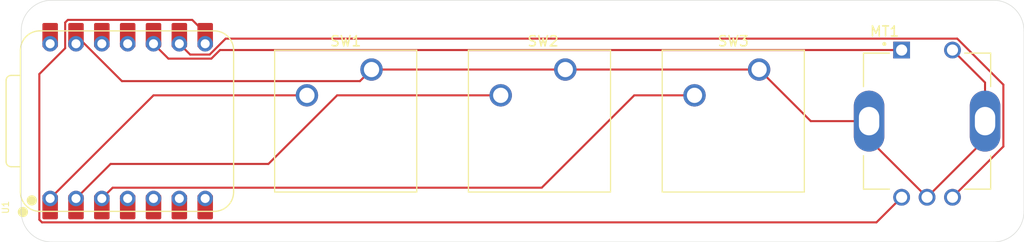
<source format=kicad_pcb>
(kicad_pcb (version 20241229) (generator "pcbnew") (generator_version "9.0")
  (layers (0 "F.Cu" signal) (2 "B.Cu" signal) (13 "F.Paste" user) (15 "B.Paste" user) (5 "F.SilkS" user "F.Silkscreen") (7 "B.SilkS" user "B.Silkscreen") (1 "F.Mask" user) (3 "B.Mask" user) (25 "Edge.Cuts" user))
  (net 0 "")
  (net 1 "Net-(U1-GPIO2{slash}SCK)")
  (net 2 "GND")
  (net 3 "Net-(U1-GPIO4{slash}MISO)")
  (net 4 "Net-(U1-GPIO1{slash}RX)")
  (net 5 "Net-(U1-GPIO26{slash}ADC0{slash}A0)")
  (net 6 "Net-(U1-GPIO27{slash}ADC1{slash}A1)")
  (net 7 "Net-(U1-GPIO28{slash}ADC2{slash}A2)")
  (net 14 "+5V")
  (footprint "footprints-but-better:XIAO-RP2040-DIP" (layer "F.Cu") (at 50.00625 78.58125 90)
    (property "Reference" "U1" (at -8.5 -12 90) (layer "F.SilkS") (effects (font (size 0.635 0.635) (thickness 0.1016))))
    (property "Value" "XIAO-RP2040-DIP")
    (fp_line (start -3.991272 -11.951) (end 4.004 -11.951) (stroke (width 0.127)) (layer "F.SilkS"))
    (fp_line (start 4.504 -11.451) (end 4.504 -10.541) (stroke (width 0.127)) (layer "F.SilkS"))
    (fp_line (start 6.985 -10.541) (end -6.985 -10.541) (stroke (width 0.1)) (layer "F.SilkS"))
    (fp_line (start 6.985 -10.541) (end -6.985 -10.541) (stroke (width 0.127)) (layer "F.SilkS"))
    (fp_line (start -4.495 -10.541) (end -4.491272 -11.451272) (stroke (width 0.127)) (layer "F.SilkS"))
    (fp_line (start 8.89 8.509) (end 8.89 -8.636) (stroke (width 0.127)) (layer "F.SilkS"))
    (fp_line (start -8.89 8.509) (end -8.89 -8.636) (stroke (width 0.127)) (layer "F.SilkS"))
    (fp_line (start -6.985 10.414) (end 6.985 10.414) (stroke (width 0.127)) (layer "F.SilkS"))
    (fp_arc (start 4.004 -11.951) (mid 4.357553 -11.804553) (end 4.504 -11.451) (stroke (width 0.127)) (layer "F.SilkS"))
    (fp_arc (start -4.491272 -11.451272) (mid -4.344728 -11.80464) (end -3.991272 -11.951) (stroke (width 0.127)) (layer "F.SilkS"))
    (fp_arc (start 6.985 -10.541) (mid 8.332038 -9.983038) (end 8.89 -8.636) (stroke (width 0.127)) (layer "F.SilkS"))
    (fp_arc (start -8.89 -8.636) (mid -8.332038 -9.983038) (end -6.985 -10.541) (stroke (width 0.127)) (layer "F.SilkS"))
    (fp_arc (start 8.89 8.509) (mid 8.332038 9.856038) (end 6.985 10.414) (stroke (width 0.127)) (layer "F.SilkS"))
    (fp_arc (start -6.985 10.414) (mid -8.332038 9.856038) (end -8.89 8.509) (stroke (width 0.127)) (layer "F.SilkS"))
    (fp_circle (center -8.95 -10.3) (end -8.95 -10.554) (stroke (width 0.5)) (fill yes) (layer "F.SilkS"))
    (fp_circle (center -7.807 -9.42) (end -7.807 -9.674) (stroke (width 0.5)) (fill yes) (layer "F.SilkS"))
    (pad "1" smd roundrect (at -8.455 -7.62 270) (size 2.432 1.524) (layers "F.Cu" "F.Mask") (roundrect_rratio 0.1) (net 5 "Net-(U1-GPIO26{slash}ADC0{slash}A0)"))
    (pad "1" thru_hole circle (at -7.62 -7.62 270) (size 1.524 1.524) (drill 0.889) (layers "*.Cu" "*.Mask") (net 5 "Net-(U1-GPIO26{slash}ADC0{slash}A0)"))
    (pad "2" smd roundrect (at -8.455 -5.08 270) (size 2.432 1.524) (layers "F.Cu" "F.Mask") (roundrect_rratio 0.1) (net 6 "Net-(U1-GPIO27{slash}ADC1{slash}A1)"))
    (pad "2" thru_hole circle (at -7.62 -5.08 270) (size 1.524 1.524) (drill 0.889) (layers "*.Cu" "*.Mask") (net 6 "Net-(U1-GPIO27{slash}ADC1{slash}A1)"))
    (pad "3" smd roundrect (at -8.455 -2.54 270) (size 2.432 1.524) (layers "F.Cu" "F.Mask") (roundrect_rratio 0.1) (net 7 "Net-(U1-GPIO28{slash}ADC2{slash}A2)"))
    (pad "3" thru_hole circle (at -7.62 -2.54 270) (size 1.524 1.524) (drill 0.889) (layers "*.Cu" "*.Mask") (net 7 "Net-(U1-GPIO28{slash}ADC2{slash}A2)"))
    (pad "4" smd roundrect (at -8.455 0 270) (size 2.432 1.524) (layers "F.Cu" "F.Mask") (roundrect_rratio 0.1))
    (pad "4" thru_hole circle (at -7.62 0 270) (size 1.524 1.524) (drill 0.889) (layers "*.Cu" "*.Mask"))
    (pad "5" smd roundrect (at -8.455 2.54 270) (size 2.432 1.524) (layers "F.Cu" "F.Mask") (roundrect_rratio 0.1))
    (pad "5" thru_hole circle (at -7.62 2.54 270) (size 1.524 1.524) (drill 0.889) (layers "*.Cu" "*.Mask"))
    (pad "6" smd roundrect (at -8.455 5.08 270) (size 2.432 1.524) (layers "F.Cu" "F.Mask") (roundrect_rratio 0.1))
    (pad "6" thru_hole circle (at -7.62 5.08 270) (size 1.524 1.524) (drill 0.889) (layers "*.Cu" "*.Mask"))
    (pad "7" smd roundrect (at -8.455 7.62 270) (size 2.432 1.524) (layers "F.Cu" "F.Mask") (roundrect_rratio 0.1))
    (pad "7" thru_hole circle (at -7.62 7.62 270) (size 1.524 1.524) (drill 0.889) (layers "*.Cu" "*.Mask"))
    (pad "8" thru_hole circle (at 7.62 7.62 90) (size 1.524 1.524) (drill 0.889) (layers "*.Cu" "*.Mask") (net 4 "Net-(U1-GPIO1{slash}RX)"))
    (pad "8" smd roundrect (at 8.455 7.62 90) (size 2.432 1.524) (layers "F.Cu" "F.Mask") (roundrect_rratio 0.1) (net 4 "Net-(U1-GPIO1{slash}RX)"))
    (pad "9" thru_hole circle (at 7.62 5.08 90) (size 1.524 1.524) (drill 0.889) (layers "*.Cu" "*.Mask") (net 1 "Net-(U1-GPIO2{slash}SCK)"))
    (pad "9" smd roundrect (at 8.455 5.08 90) (size 2.432 1.524) (layers "F.Cu" "F.Mask") (roundrect_rratio 0.1) (net 1 "Net-(U1-GPIO2{slash}SCK)"))
    (pad "10" thru_hole circle (at 7.62 2.54 90) (size 1.524 1.524) (drill 0.889) (layers "*.Cu" "*.Mask") (net 3 "Net-(U1-GPIO4{slash}MISO)"))
    (pad "10" smd roundrect (at 8.455 2.54 90) (size 2.432 1.524) (layers "F.Cu" "F.Mask") (roundrect_rratio 0.1) (net 3 "Net-(U1-GPIO4{slash}MISO)"))
    (pad "11" thru_hole circle (at 7.62 0 90) (size 1.524 1.524) (drill 0.889) (layers "*.Cu" "*.Mask"))
    (pad "11" smd roundrect (at 8.455 0 90) (size 2.432 1.524) (layers "F.Cu" "F.Mask") (roundrect_rratio 0.1))
    (pad "12" thru_hole circle (at 7.62 -2.54 90) (size 1.524 1.524) (drill 0.889) (layers "*.Cu" "*.Mask"))
    (pad "12" smd roundrect (at 8.455 -2.54 90) (size 2.432 1.524) (layers "F.Cu" "F.Mask") (roundrect_rratio 0.1))
    (pad "13" thru_hole circle (at 7.62 -5.08 90) (size 1.524 1.524) (drill 0.889) (layers "*.Cu" "*.Mask") (net 2 "GND"))
    (pad "13" smd roundrect (at 8.455 -5.08 90) (size 2.432 1.524) (layers "F.Cu" "F.Mask") (roundrect_rratio 0.1) (net 2 "GND"))
    (pad "14" thru_hole circle (at 7.62 -7.62 90) (size 1.524 1.524) (drill 0.889) (layers "*.Cu" "*.Mask") (net 14 "+5V"))
    (pad "14" smd roundrect (at 8.455 -7.62 90) (size 2.432 1.524) (layers "F.Cu" "F.Mask") (roundrect_rratio 0.1) (net 14 "+5V"))
  )
  (footprint "Button_Switch_Keyboard:SW_Cherry_MX_1.00u_PCB" (layer "F.Cu") (at 112.0775 73.50125)
    (property "Reference" "SW3" (at -2.54 -2.794 0) (layer "F.SilkS"))
    (property "Value" "SW_Push")
    (fp_line (start -9.525 -1.905) (end 4.445 -1.905) (stroke (width 0.12)) (layer "F.SilkS"))
    (fp_line (start -9.525 12.065) (end -9.525 -1.905) (stroke (width 0.12)) (layer "F.SilkS"))
    (fp_line (start 4.445 -1.905) (end 4.445 12.065) (stroke (width 0.12)) (layer "F.SilkS"))
    (fp_line (start 4.445 12.065) (end -9.525 12.065) (stroke (width 0.12)) (layer "F.SilkS"))
    (pad "" np_thru_hole circle (at -7.62 5.08) (size 1.7 1.7) (drill 1.7) (layers "*.Cu" "*.Mask"))
    (pad "" np_thru_hole circle (at -2.54 5.08) (size 4 4) (drill 4) (layers "*.Cu" "*.Mask"))
    (pad "" np_thru_hole circle (at 2.54 5.08) (size 1.7 1.7) (drill 1.7) (layers "*.Cu" "*.Mask"))
    (pad "1" thru_hole circle (at 0 0) (size 2.2 2.2) (drill 1.5) (layers "*.Cu" "*.Mask") (net 2 "GND"))
    (pad "2" thru_hole circle (at -6.35 2.54) (size 2.2 2.2) (drill 1.5) (layers "*.Cu" "*.Mask") (net 7 "Net-(U1-GPIO28{slash}ADC2{slash}A2)"))
  )
  (footprint "Button_Switch_Keyboard:SW_Cherry_MX_1.00u_PCB" (layer "F.Cu") (at 93.0275 73.50125)
    (property "Reference" "SW2" (at -2.1875 -2.79125 0) (layer "F.SilkS"))
    (property "Value" "SW_Push")
    (fp_line (start -9.525 -1.905) (end 4.445 -1.905) (stroke (width 0.12)) (layer "F.SilkS"))
    (fp_line (start -9.525 12.065) (end -9.525 -1.905) (stroke (width 0.12)) (layer "F.SilkS"))
    (fp_line (start 4.445 -1.905) (end 4.445 12.065) (stroke (width 0.12)) (layer "F.SilkS"))
    (fp_line (start 4.445 12.065) (end -9.525 12.065) (stroke (width 0.12)) (layer "F.SilkS"))
    (pad "" np_thru_hole circle (at -7.62 5.08) (size 1.7 1.7) (drill 1.7) (layers "*.Cu" "*.Mask"))
    (pad "" np_thru_hole circle (at -2.54 5.08) (size 4 4) (drill 4) (layers "*.Cu" "*.Mask"))
    (pad "" np_thru_hole circle (at 2.54 5.08) (size 1.7 1.7) (drill 1.7) (layers "*.Cu" "*.Mask"))
    (pad "1" thru_hole circle (at 0 0) (size 2.2 2.2) (drill 1.5) (layers "*.Cu" "*.Mask") (net 2 "GND"))
    (pad "2" thru_hole circle (at -6.35 2.54) (size 2.2 2.2) (drill 1.5) (layers "*.Cu" "*.Mask") (net 6 "Net-(U1-GPIO27{slash}ADC1{slash}A1)"))
  )
  (footprint "Button_Switch_Keyboard:SW_Cherry_MX_1.00u_PCB" (layer "F.Cu") (at 73.9775 73.50125)
    (property "Reference" "SW1" (at -2.54 -2.794 0) (layer "F.SilkS"))
    (property "Value" "SW_Push")
    (fp_line (start -9.525 -1.905) (end 4.445 -1.905) (stroke (width 0.12)) (layer "F.SilkS"))
    (fp_line (start -9.525 12.065) (end -9.525 -1.905) (stroke (width 0.12)) (layer "F.SilkS"))
    (fp_line (start 4.445 -1.905) (end 4.445 12.065) (stroke (width 0.12)) (layer "F.SilkS"))
    (fp_line (start 4.445 12.065) (end -9.525 12.065) (stroke (width 0.12)) (layer "F.SilkS"))
    (pad "" np_thru_hole circle (at -7.62 5.08) (size 1.7 1.7) (drill 1.7) (layers "*.Cu" "*.Mask"))
    (pad "" np_thru_hole circle (at -2.54 5.08) (size 4 4) (drill 4) (layers "*.Cu" "*.Mask"))
    (pad "" np_thru_hole circle (at 2.54 5.08) (size 1.7 1.7) (drill 1.7) (layers "*.Cu" "*.Mask"))
    (pad "1" thru_hole circle (at 0 0) (size 2.2 2.2) (drill 1.5) (layers "*.Cu" "*.Mask") (net 2 "GND"))
    (pad "2" thru_hole circle (at -6.35 2.54) (size 2.2 2.2) (drill 1.5) (layers "*.Cu" "*.Mask") (net 5 "Net-(U1-GPIO26{slash}ADC0{slash}A0)"))
  )
  (footprint "PEC11R-4215F-S0024:XDCR_PEC11R-4215F-S0024" (layer "F.Cu") (at 128.5875 78.58125)
    (property "Reference" "MT1" (at -4.175 -8.835 0) (layer "F.SilkS"))
    (property "Value" "PEC11R-4215F-S0024" (hide yes))
    (fp_line (start -6.25 -6.7) (end -3.7 -6.7) (stroke (width 0.127)) (layer "F.SilkS"))
    (fp_line (start -6.25 -3.4) (end -6.25 -6.7) (stroke (width 0.127)) (layer "F.SilkS"))
    (fp_line (start -6.25 3.4) (end -6.25 6.7) (stroke (width 0.127)) (layer "F.SilkS"))
    (fp_line (start -6.25 6.7) (end -3.7 6.7) (stroke (width 0.127)) (layer "F.SilkS"))
    (fp_line (start 3.7 -6.7) (end 6.25 -6.7) (stroke (width 0.127)) (layer "F.SilkS"))
    (fp_line (start 3.7 6.7) (end 6.25 6.7) (stroke (width 0.127)) (layer "F.SilkS"))
    (fp_line (start 6.25 -6.7) (end 6.25 -3.4) (stroke (width 0.127)) (layer "F.SilkS"))
    (fp_line (start 6.25 6.7) (end 6.25 3.4) (stroke (width 0.127)) (layer "F.SilkS"))
    (fp_circle (center -4.2 -7.6) (end -4.1 -7.6) (stroke (width 0.2)) (fill no) (layer "F.SilkS"))
    (pad "1" thru_hole rect (at -2.5 -7) (size 1.65 1.65) (drill 1.1) (layers "*.Cu" "*.Mask") (net 3 "Net-(U1-GPIO4{slash}MISO)"))
    (pad "2" thru_hole circle (at 2.5 -7) (size 1.65 1.65) (drill 1.1) (layers "*.Cu" "*.Mask") (net 2 "GND"))
    (pad "A" thru_hole circle (at -2.5 7.5) (size 1.65 1.65) (drill 1.1) (layers "*.Cu" "*.Mask") (net 4 "Net-(U1-GPIO1{slash}RX)"))
    (pad "B" thru_hole circle (at 2.5 7.5) (size 1.65 1.65) (drill 1.1) (layers "*.Cu" "*.Mask") (net 1 "Net-(U1-GPIO2{slash}SCK)"))
    (pad "COM" thru_hole circle (at 0 7.5) (size 1.65 1.65) (drill 1.1) (layers "*.Cu" "*.Mask") (net 2 "GND"))
    (pad "S1" thru_hole oval (at -5.7 0) (size 3 6) (drill oval 2 2.8) (layers "*.Cu" "*.Mask") (net 2 "GND"))
    (pad "S2" thru_hole oval (at 5.7 0) (size 3 6) (drill oval 2 2.8) (layers "*.Cu" "*.Mask") (net 2 "GND"))
  )
  (gr_line (start 135.1125 90.4875) (end 42.54125 90.4875) (stroke (width 0.05)) (layer "Edge.Cuts"))
  (gr_line (start 39.54125 87.4875) (end 39.54125 69.675) (stroke (width 0.05)) (layer "Edge.Cuts"))
  (gr_arc (start 135.1125 66.675) (mid 137.23382 67.55368) (end 138.1125 69.675) (stroke (width 0.05)) (layer "Edge.Cuts"))
  (gr_line (start 42.54125 66.675) (end 135.1125 66.675) (stroke (width 0.05)) (layer "Edge.Cuts"))
  (gr_arc (start 42.54125 90.4875) (mid 40.41993 89.60882) (end 39.54125 87.4875) (stroke (width 0.05)) (layer "Edge.Cuts"))
  (gr_arc (start 39.54125 69.675) (mid 40.41993 67.55368) (end 42.54125 66.675) (stroke (width 0.05)) (layer "Edge.Cuts"))
  (gr_line (start 138.1125 69.675) (end 138.1125 87.4875) (stroke (width 0.05)) (layer "Edge.Cuts"))
  (gr_arc (start 138.1125 87.4875) (mid 137.23382 89.60882) (end 135.1125 90.4875) (stroke (width 0.05)) (layer "Edge.Cuts"))
  (segment (start 136.0885 81.08025) (end 136.0885 74.989845) (width 0.2) (layer "F.Cu") (net 1))
  (segment (start 131.553905 70.45525) (end 59.63556 70.45525) (width 0.2) (layer "F.Cu") (net 1))
  (segment (start 131.0875 86.08125) (end 136.0885 81.08025) (width 0.2) (layer "F.Cu") (net 1))
  (segment (start 56.14925 72.02425) (end 55.08625 70.96125) (width 0.2) (layer "F.Cu") (net 1))
  (segment (start 59.63556 70.45525) (end 58.06656 72.02425) (width 0.2) (layer "F.Cu") (net 1))
  (segment (start 136.0885 74.989845) (end 131.553905 70.45525) (width 0.2) (layer "F.Cu") (net 1))
  (segment (start 58.06656 72.02425) (end 56.14925 72.02425) (width 0.2) (layer "F.Cu") (net 1))
  (segment (start 72.8385 74.64025) (end 73.9775 73.50125) (width 0.2) (layer "F.Cu") (net 2))
  (segment (start 117.1575 78.58125) (end 122.8875 78.58125) (width 0.2) (layer "F.Cu") (net 2))
  (segment (start 128.5875 86.08125) (end 134.2875 80.38125) (width 0.2) (layer "F.Cu") (net 2))
  (segment (start 112.0775 73.50125) (end 117.1575 78.58125) (width 0.2) (layer "F.Cu") (net 2))
  (segment (start 134.2875 74.78125) (end 131.0875 71.58125) (width 0.2) (layer "F.Cu") (net 2))
  (segment (start 44.92625 70.12625) (end 49.44025 74.64025) (width 0.2) (layer "F.Cu") (net 2))
  (segment (start 122.8875 78.58125) (end 122.8875 80.38125) (width 0.2) (layer "F.Cu") (net 2))
  (segment (start 73.9775 73.50125) (end 93.0275 73.50125) (width 0.2) (layer "F.Cu") (net 2))
  (segment (start 93.0275 73.50125) (end 112.0775 73.50125) (width 0.2) (layer "F.Cu") (net 2))
  (segment (start 134.2875 80.38125) (end 134.2875 78.58125) (width 0.2) (layer "F.Cu") (net 2))
  (segment (start 49.44025 74.64025) (end 72.8385 74.64025) (width 0.2) (layer "F.Cu") (net 2))
  (segment (start 122.8875 80.38125) (end 128.5875 86.08125) (width 0.2) (layer "F.Cu") (net 2))
  (segment (start 134.2875 78.58125) (end 134.2875 74.78125) (width 0.2) (layer "F.Cu") (net 2))
  (segment (start 58.23266 72.42525) (end 54.01025 72.42525) (width 0.2) (layer "F.Cu") (net 3))
  (segment (start 126.0875 71.58125) (end 59.07666 71.58125) (width 0.2) (layer "F.Cu") (net 3))
  (segment (start 59.07666 71.58125) (end 58.23266 72.42525) (width 0.2) (layer "F.Cu") (net 3))
  (segment (start 54.01025 72.42525) (end 52.54625 70.96125) (width 0.2) (layer "F.Cu") (net 3))
  (segment (start 56.35188 68.60925) (end 57.62625 69.88362) (width 0.2) (layer "F.Cu") (net 4))
  (segment (start 43.86325 71.40156) (end 43.86325 68.870624) (width 0.2) (layer "F.Cu") (net 4))
  (segment (start 123.6155 88.55325) (end 41.584624 88.55325) (width 0.2) (layer "F.Cu") (net 4))
  (segment (start 41.584624 88.55325) (end 41.32325 88.291876) (width 0.2) (layer "F.Cu") (net 4))
  (segment (start 41.32325 73.94156) (end 43.86325 71.40156) (width 0.2) (layer "F.Cu") (net 4))
  (segment (start 41.32325 88.291876) (end 41.32325 73.94156) (width 0.2) (layer "F.Cu") (net 4))
  (segment (start 57.62625 69.88362) (end 57.62625 70.96125) (width 0.2) (layer "F.Cu") (net 4))
  (segment (start 43.86325 68.870624) (end 44.124624 68.60925) (width 0.2) (layer "F.Cu") (net 4))
  (segment (start 44.124624 68.60925) (end 56.35188 68.60925) (width 0.2) (layer "F.Cu") (net 4))
  (segment (start 126.0875 86.08125) (end 123.6155 88.55325) (width 0.2) (layer "F.Cu") (net 4))
  (segment (start 52.54625 76.04125) (end 42.38625 86.20125) (width 0.2) (layer "F.Cu") (net 5))
  (segment (start 67.6275 76.04125) (end 52.54625 76.04125) (width 0.2) (layer "F.Cu") (net 5))
  (segment (start 70.59875 76.04125) (end 63.84 82.8) (width 0.2) (layer "F.Cu") (net 6))
  (segment (start 48.3275 82.8) (end 44.92625 86.20125) (width 0.2) (layer "F.Cu") (net 6))
  (segment (start 63.84 82.8) (end 48.3275 82.8) (width 0.2) (layer "F.Cu") (net 6))
  (segment (start 86.6775 76.04125) (end 70.59875 76.04125) (width 0.2) (layer "F.Cu") (net 6))
  (segment (start 105.7275 76.04125) (end 99.80597 76.04125) (width 0.2) (layer "F.Cu") (net 7))
  (segment (start 90.70897 85.13825) (end 48.52925 85.13825) (width 0.2) (layer "F.Cu") (net 7))
  (segment (start 48.52925 85.13825) (end 47.46625 86.20125) (width 0.2) (layer "F.Cu") (net 7))
  (segment (start 99.80597 76.04125) (end 90.70897 85.13825) (width 0.2) (layer "F.Cu") (net 7))
)
</source>
